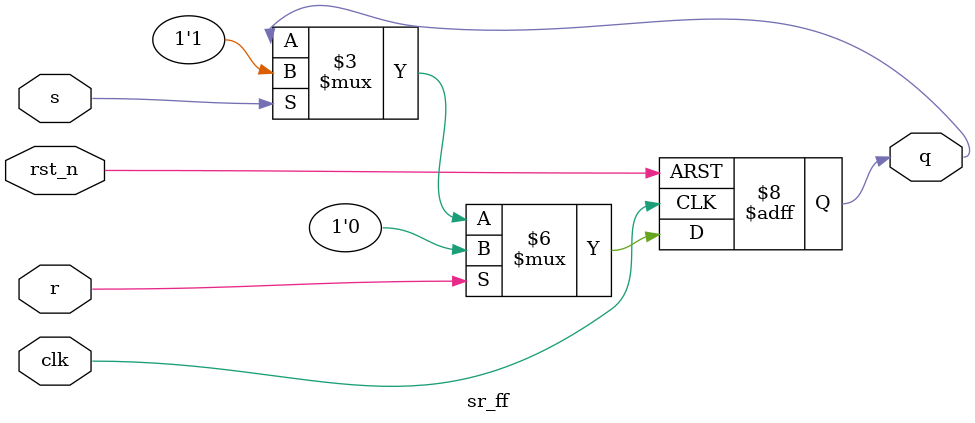
<source format=sv>
module SPI_mstr16(clk, rst_n, wrt, cmd, MISO, SS_n, SCLK, MOSI, done, rd_data);

input clk, rst_n, wrt, MISO;
input [15:0] cmd;

output reg SS_n, SCLK, MOSI, done;
output reg [15:0] rd_data;

enum {IDLE, FRONT, BACK, GO} state, nxt_state;

wire MISO_smpl, shft_nxt, smpl;
wire [3:0] bit_cnt;
reg SS_n_d, shft, en_SCLK, set_done, clr_done;

spi_counter_5bit sclk_count(.clk(clk), .rst_n(rst_n), .rst_cnt(SS_n), .en(en_SCLK), .SCLK(SCLK), .rise_next(smpl), .fall_next(shft_nxt));

spi_counter_4bit bit_count(.clk(clk), .rst_n(rst_n), .rst_bit_cnt(SS_n), .inc(shft & (state==GO)), .cnt(bit_cnt));

spi_shft_reg16 shiftreg(.clk(clk), .rst_n(rst_n), .wrt(wrt), .shft(shft), .cmd(cmd), .MISO_smpl(MISO_smpl), .MOSI(MOSI));

sample_MISO sample(.clk(clk), .rst_n(rst_n), .smpl(smpl), .MISO(MISO), .MISO_smpl(MISO_smpl));

sr_ff done_flop(.q(done), .s(set_done), .r(clr_done), .rst_n(rst_n), .clk(clk));

always @(posedge clk, negedge rst_n)
	if(!rst_n) begin
		state <= IDLE;
		SS_n <= 1;	// SS_n needs to be preset
	end else begin
		state <= nxt_state;
		SS_n <= SS_n_d;	// SS_n could glitch so it needs to be flopped
	end

always @(posedge clk, negedge rst_n)
	if(!rst_n)
		rd_data <= 16'h0;
	else if(shft)
		rd_data <= {rd_data[14:0], MISO_smpl};

always_comb begin
	nxt_state = IDLE;
	SS_n_d = 1;
	shft = 0;
	en_SCLK = 0;
	set_done = 0;
	clr_done = 0;

	case(state)
	  IDLE :	// will wait for a command to be written
	    begin
		if(wrt) begin
			nxt_state = FRONT;
			SS_n_d = 0;
			en_SCLK = 1;
			clr_done = 1;
		end
	    end
	  FRONT :	// Front porch - wait for SCLK to fall but don't shift
	    begin
		if(shft_nxt) begin
			nxt_state = GO;
			SS_n_d = 0;
			en_SCLK = 1;
		end else begin
			nxt_state = FRONT;
			SS_n_d = 0;
			en_SCLK = 1;
		end
	    end
	  GO :		// Normal MOSI tranmission, MISO reception until 16 bits are sent/received
	    begin
		if(bit_cnt == 4'hF) begin
			nxt_state = BACK;
			SS_n_d = 0;
		end else begin
			nxt_state = GO;
			SS_n_d = 0;
			en_SCLK = 1;
			if(shft_nxt)
				shft = 1;
			else
				shft = 0;
		end
	    end
	  BACK :	// Back porch - Done sampling but need one last shift
	    begin
		if(shft_nxt) begin
			nxt_state = IDLE;
			shft = 1;
			SS_n_d = 1;
			set_done = 1;
		end else begin
			nxt_state = BACK;
			SS_n_d = 0;
			en_SCLK = 1;
		end
	    end
	  default : begin nxt_state = IDLE; end
	endcase
end

endmodule

module spi_counter_5bit(clk, rst_n, rst_cnt, en, SCLK, rise_next, fall_next);

input clk, rst_n, rst_cnt, en;
output SCLK, rise_next, fall_next;

reg [4:0] sclk_div;

assign SCLK = sclk_div[4];
assign rise_next = ~sclk_div[4] & (&sclk_div[3:0]);	// SCLK will rise on the next positive edge of clk
assign fall_next = &sclk_div;	// SCLK will fall on the next positive edge of clk

always @(posedge clk, negedge rst_n)
	if(!rst_n)
		sclk_div <= 5'h00;
	else if(rst_cnt)
		sclk_div <= 5'b10111;	// Set SCLK between the rising edge and the falling edge
	else if(en)
		sclk_div <= sclk_div + 1;

endmodule

module spi_counter_4bit(clk, rst_n, rst_bit_cnt, inc, cnt);

input clk, rst_n, inc, rst_bit_cnt;
output reg [3:0] cnt;	// Need to count 16 bits

always @(posedge clk, negedge rst_n)
	if(!rst_n)
		cnt <= 0;
	else if(rst_bit_cnt)
		cnt <= 0;
	else if(inc)
		cnt <= cnt + 1;

endmodule

module spi_shft_reg16(clk, rst_n, wrt, shft, cmd, MISO_smpl, MOSI);

input clk, rst_n, wrt, shft, MISO_smpl;
input [15:0] cmd;

output MOSI;

reg [15:0] shft_reg;

assign MOSI = shft_reg[15];

always @(posedge clk, negedge rst_n)
	if(!rst_n)
		shft_reg <= 16'h0;
	else if(wrt)
		shft_reg <= cmd;
	else if(shft)
		shft_reg <= {shft_reg[14:0], MISO_smpl};

endmodule

module sample_MISO(clk, rst_n, smpl, MISO, MISO_smpl);

input clk, rst_n, smpl, MISO;
output reg MISO_smpl;

always @(posedge clk, negedge rst_n)	// Flop input from slave so it can be shifted in synchronously
	if(!rst_n)
		MISO_smpl <= 0;
	else if(smpl)
		MISO_smpl <= MISO;

endmodule

module sr_ff(q, s, r, rst_n, clk);

input clk, s, r, rst_n;
output reg q;

always_ff @(posedge clk, negedge rst_n)
  if(!rst_n)
    q <= 0;
  else if(r)
    q <= 0;
  else if(s)
    q <= 1;

endmodule

</source>
